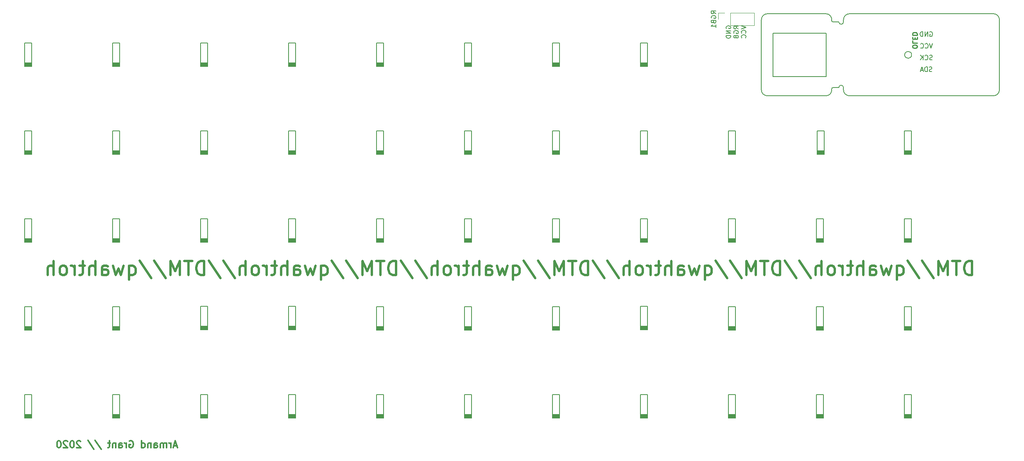
<source format=gbr>
%TF.GenerationSoftware,KiCad,Pcbnew,(5.1.6)-1*%
%TF.CreationDate,2020-06-27T17:36:21-05:00*%
%TF.ProjectId,DTM,44544d2e-6b69-4636-9164-5f7063625858,rev?*%
%TF.SameCoordinates,Original*%
%TF.FileFunction,Legend,Bot*%
%TF.FilePolarity,Positive*%
%FSLAX46Y46*%
G04 Gerber Fmt 4.6, Leading zero omitted, Abs format (unit mm)*
G04 Created by KiCad (PCBNEW (5.1.6)-1) date 2020-06-27 17:36:21*
%MOMM*%
%LPD*%
G01*
G04 APERTURE LIST*
%ADD10C,0.300000*%
%ADD11C,0.150000*%
%ADD12C,0.500000*%
%ADD13C,0.250000*%
%ADD14C,0.120000*%
G04 APERTURE END LIST*
D10*
X72690000Y-113280000D02*
X71975714Y-113280000D01*
X72832857Y-113708571D02*
X72332857Y-112208571D01*
X71832857Y-113708571D01*
X71332857Y-113708571D02*
X71332857Y-112708571D01*
X71332857Y-112994285D02*
X71261428Y-112851428D01*
X71190000Y-112780000D01*
X71047142Y-112708571D01*
X70904285Y-112708571D01*
X70404285Y-113708571D02*
X70404285Y-112708571D01*
X70404285Y-112851428D02*
X70332857Y-112780000D01*
X70190000Y-112708571D01*
X69975714Y-112708571D01*
X69832857Y-112780000D01*
X69761428Y-112922857D01*
X69761428Y-113708571D01*
X69761428Y-112922857D02*
X69690000Y-112780000D01*
X69547142Y-112708571D01*
X69332857Y-112708571D01*
X69190000Y-112780000D01*
X69118571Y-112922857D01*
X69118571Y-113708571D01*
X67761428Y-113708571D02*
X67761428Y-112922857D01*
X67832857Y-112780000D01*
X67975714Y-112708571D01*
X68261428Y-112708571D01*
X68404285Y-112780000D01*
X67761428Y-113637142D02*
X67904285Y-113708571D01*
X68261428Y-113708571D01*
X68404285Y-113637142D01*
X68475714Y-113494285D01*
X68475714Y-113351428D01*
X68404285Y-113208571D01*
X68261428Y-113137142D01*
X67904285Y-113137142D01*
X67761428Y-113065714D01*
X67047142Y-112708571D02*
X67047142Y-113708571D01*
X67047142Y-112851428D02*
X66975714Y-112780000D01*
X66832857Y-112708571D01*
X66618571Y-112708571D01*
X66475714Y-112780000D01*
X66404285Y-112922857D01*
X66404285Y-113708571D01*
X65047142Y-113708571D02*
X65047142Y-112208571D01*
X65047142Y-113637142D02*
X65190000Y-113708571D01*
X65475714Y-113708571D01*
X65618571Y-113637142D01*
X65690000Y-113565714D01*
X65761428Y-113422857D01*
X65761428Y-112994285D01*
X65690000Y-112851428D01*
X65618571Y-112780000D01*
X65475714Y-112708571D01*
X65190000Y-112708571D01*
X65047142Y-112780000D01*
X62404285Y-112280000D02*
X62547142Y-112208571D01*
X62761428Y-112208571D01*
X62975714Y-112280000D01*
X63118571Y-112422857D01*
X63190000Y-112565714D01*
X63261428Y-112851428D01*
X63261428Y-113065714D01*
X63190000Y-113351428D01*
X63118571Y-113494285D01*
X62975714Y-113637142D01*
X62761428Y-113708571D01*
X62618571Y-113708571D01*
X62404285Y-113637142D01*
X62332857Y-113565714D01*
X62332857Y-113065714D01*
X62618571Y-113065714D01*
X61690000Y-113708571D02*
X61690000Y-112708571D01*
X61690000Y-112994285D02*
X61618571Y-112851428D01*
X61547142Y-112780000D01*
X61404285Y-112708571D01*
X61261428Y-112708571D01*
X60118571Y-113708571D02*
X60118571Y-112922857D01*
X60190000Y-112780000D01*
X60332857Y-112708571D01*
X60618571Y-112708571D01*
X60761428Y-112780000D01*
X60118571Y-113637142D02*
X60261428Y-113708571D01*
X60618571Y-113708571D01*
X60761428Y-113637142D01*
X60832857Y-113494285D01*
X60832857Y-113351428D01*
X60761428Y-113208571D01*
X60618571Y-113137142D01*
X60261428Y-113137142D01*
X60118571Y-113065714D01*
X59404285Y-112708571D02*
X59404285Y-113708571D01*
X59404285Y-112851428D02*
X59332857Y-112780000D01*
X59190000Y-112708571D01*
X58975714Y-112708571D01*
X58832857Y-112780000D01*
X58761428Y-112922857D01*
X58761428Y-113708571D01*
X58261428Y-112708571D02*
X57690000Y-112708571D01*
X58047142Y-112208571D02*
X58047142Y-113494285D01*
X57975714Y-113637142D01*
X57832857Y-113708571D01*
X57690000Y-113708571D01*
X54975714Y-112137142D02*
X56261428Y-114065714D01*
X53404285Y-112137142D02*
X54690000Y-114065714D01*
X51832857Y-112351428D02*
X51761428Y-112280000D01*
X51618571Y-112208571D01*
X51261428Y-112208571D01*
X51118571Y-112280000D01*
X51047142Y-112351428D01*
X50975714Y-112494285D01*
X50975714Y-112637142D01*
X51047142Y-112851428D01*
X51904285Y-113708571D01*
X50975714Y-113708571D01*
X50047142Y-112208571D02*
X49904285Y-112208571D01*
X49761428Y-112280000D01*
X49690000Y-112351428D01*
X49618571Y-112494285D01*
X49547142Y-112780000D01*
X49547142Y-113137142D01*
X49618571Y-113422857D01*
X49690000Y-113565714D01*
X49761428Y-113637142D01*
X49904285Y-113708571D01*
X50047142Y-113708571D01*
X50190000Y-113637142D01*
X50261428Y-113565714D01*
X50332857Y-113422857D01*
X50404285Y-113137142D01*
X50404285Y-112780000D01*
X50332857Y-112494285D01*
X50261428Y-112351428D01*
X50190000Y-112280000D01*
X50047142Y-112208571D01*
X48975714Y-112351428D02*
X48904285Y-112280000D01*
X48761428Y-112208571D01*
X48404285Y-112208571D01*
X48261428Y-112280000D01*
X48190000Y-112351428D01*
X48118571Y-112494285D01*
X48118571Y-112637142D01*
X48190000Y-112851428D01*
X49047142Y-113708571D01*
X48118571Y-113708571D01*
X47190000Y-112208571D02*
X47047142Y-112208571D01*
X46904285Y-112280000D01*
X46832857Y-112351428D01*
X46761428Y-112494285D01*
X46690000Y-112780000D01*
X46690000Y-113137142D01*
X46761428Y-113422857D01*
X46832857Y-113565714D01*
X46904285Y-113637142D01*
X47047142Y-113708571D01*
X47190000Y-113708571D01*
X47332857Y-113637142D01*
X47404285Y-113565714D01*
X47475714Y-113422857D01*
X47547142Y-113137142D01*
X47547142Y-112780000D01*
X47475714Y-112494285D01*
X47404285Y-112351428D01*
X47332857Y-112280000D01*
X47190000Y-112208571D01*
D11*
X191652000Y-22860095D02*
X191604380Y-22764857D01*
X191604380Y-22622000D01*
X191652000Y-22479142D01*
X191747238Y-22383904D01*
X191842476Y-22336285D01*
X192032952Y-22288666D01*
X192175809Y-22288666D01*
X192366285Y-22336285D01*
X192461523Y-22383904D01*
X192556761Y-22479142D01*
X192604380Y-22622000D01*
X192604380Y-22717238D01*
X192556761Y-22860095D01*
X192509142Y-22907714D01*
X192175809Y-22907714D01*
X192175809Y-22717238D01*
X192604380Y-23336285D02*
X191604380Y-23336285D01*
X192604380Y-23907714D01*
X191604380Y-23907714D01*
X192604380Y-24383904D02*
X191604380Y-24383904D01*
X191604380Y-24622000D01*
X191652000Y-24764857D01*
X191747238Y-24860095D01*
X191842476Y-24907714D01*
X192032952Y-24955333D01*
X192175809Y-24955333D01*
X192366285Y-24907714D01*
X192461523Y-24860095D01*
X192556761Y-24764857D01*
X192604380Y-24622000D01*
X192604380Y-24383904D01*
X194254380Y-22931523D02*
X193778190Y-22598190D01*
X194254380Y-22360095D02*
X193254380Y-22360095D01*
X193254380Y-22741047D01*
X193302000Y-22836285D01*
X193349619Y-22883904D01*
X193444857Y-22931523D01*
X193587714Y-22931523D01*
X193682952Y-22883904D01*
X193730571Y-22836285D01*
X193778190Y-22741047D01*
X193778190Y-22360095D01*
X193302000Y-23883904D02*
X193254380Y-23788666D01*
X193254380Y-23645809D01*
X193302000Y-23502952D01*
X193397238Y-23407714D01*
X193492476Y-23360095D01*
X193682952Y-23312476D01*
X193825809Y-23312476D01*
X194016285Y-23360095D01*
X194111523Y-23407714D01*
X194206761Y-23502952D01*
X194254380Y-23645809D01*
X194254380Y-23741047D01*
X194206761Y-23883904D01*
X194159142Y-23931523D01*
X193825809Y-23931523D01*
X193825809Y-23741047D01*
X193730571Y-24693428D02*
X193778190Y-24836285D01*
X193825809Y-24883904D01*
X193921047Y-24931523D01*
X194063904Y-24931523D01*
X194159142Y-24883904D01*
X194206761Y-24836285D01*
X194254380Y-24741047D01*
X194254380Y-24360095D01*
X193254380Y-24360095D01*
X193254380Y-24693428D01*
X193302000Y-24788666D01*
X193349619Y-24836285D01*
X193444857Y-24883904D01*
X193540095Y-24883904D01*
X193635333Y-24836285D01*
X193682952Y-24788666D01*
X193730571Y-24693428D01*
X193730571Y-24360095D01*
X194904380Y-22288666D02*
X195904380Y-22622000D01*
X194904380Y-22955333D01*
X195809142Y-23860095D02*
X195856761Y-23812476D01*
X195904380Y-23669619D01*
X195904380Y-23574380D01*
X195856761Y-23431523D01*
X195761523Y-23336285D01*
X195666285Y-23288666D01*
X195475809Y-23241047D01*
X195332952Y-23241047D01*
X195142476Y-23288666D01*
X195047238Y-23336285D01*
X194952000Y-23431523D01*
X194904380Y-23574380D01*
X194904380Y-23669619D01*
X194952000Y-23812476D01*
X194999619Y-23860095D01*
X195809142Y-24860095D02*
X195856761Y-24812476D01*
X195904380Y-24669619D01*
X195904380Y-24574380D01*
X195856761Y-24431523D01*
X195761523Y-24336285D01*
X195666285Y-24288666D01*
X195475809Y-24241047D01*
X195332952Y-24241047D01*
X195142476Y-24288666D01*
X195047238Y-24336285D01*
X194952000Y-24431523D01*
X194904380Y-24574380D01*
X194904380Y-24669619D01*
X194952000Y-24812476D01*
X194999619Y-24860095D01*
D12*
X244851428Y-76287142D02*
X244851428Y-73287142D01*
X244137142Y-73287142D01*
X243708571Y-73430000D01*
X243422857Y-73715714D01*
X243280000Y-74001428D01*
X243137142Y-74572857D01*
X243137142Y-75001428D01*
X243280000Y-75572857D01*
X243422857Y-75858571D01*
X243708571Y-76144285D01*
X244137142Y-76287142D01*
X244851428Y-76287142D01*
X242280000Y-73287142D02*
X240565714Y-73287142D01*
X241422857Y-76287142D02*
X241422857Y-73287142D01*
X239565714Y-76287142D02*
X239565714Y-73287142D01*
X238565714Y-75430000D01*
X237565714Y-73287142D01*
X237565714Y-76287142D01*
X233994285Y-73144285D02*
X236565714Y-77001428D01*
X230851428Y-73144285D02*
X233422857Y-77001428D01*
X228565714Y-74287142D02*
X228565714Y-77287142D01*
X228565714Y-76144285D02*
X228851428Y-76287142D01*
X229422857Y-76287142D01*
X229708571Y-76144285D01*
X229851428Y-76001428D01*
X229994285Y-75715714D01*
X229994285Y-74858571D01*
X229851428Y-74572857D01*
X229708571Y-74430000D01*
X229422857Y-74287142D01*
X228851428Y-74287142D01*
X228565714Y-74430000D01*
X227422857Y-74287142D02*
X226851428Y-76287142D01*
X226280000Y-74858571D01*
X225708571Y-76287142D01*
X225137142Y-74287142D01*
X222708571Y-76287142D02*
X222708571Y-74715714D01*
X222851428Y-74430000D01*
X223137142Y-74287142D01*
X223708571Y-74287142D01*
X223994285Y-74430000D01*
X222708571Y-76144285D02*
X222994285Y-76287142D01*
X223708571Y-76287142D01*
X223994285Y-76144285D01*
X224137142Y-75858571D01*
X224137142Y-75572857D01*
X223994285Y-75287142D01*
X223708571Y-75144285D01*
X222994285Y-75144285D01*
X222708571Y-75001428D01*
X221280000Y-76287142D02*
X221280000Y-73287142D01*
X219994285Y-76287142D02*
X219994285Y-74715714D01*
X220137142Y-74430000D01*
X220422857Y-74287142D01*
X220851428Y-74287142D01*
X221137142Y-74430000D01*
X221280000Y-74572857D01*
X218994285Y-74287142D02*
X217851428Y-74287142D01*
X218565714Y-73287142D02*
X218565714Y-75858571D01*
X218422857Y-76144285D01*
X218137142Y-76287142D01*
X217851428Y-76287142D01*
X216851428Y-76287142D02*
X216851428Y-74287142D01*
X216851428Y-74858571D02*
X216708571Y-74572857D01*
X216565714Y-74430000D01*
X216280000Y-74287142D01*
X215994285Y-74287142D01*
X214565714Y-76287142D02*
X214851428Y-76144285D01*
X214994285Y-76001428D01*
X215137142Y-75715714D01*
X215137142Y-74858571D01*
X214994285Y-74572857D01*
X214851428Y-74430000D01*
X214565714Y-74287142D01*
X214137142Y-74287142D01*
X213851428Y-74430000D01*
X213708571Y-74572857D01*
X213565714Y-74858571D01*
X213565714Y-75715714D01*
X213708571Y-76001428D01*
X213851428Y-76144285D01*
X214137142Y-76287142D01*
X214565714Y-76287142D01*
X212280000Y-76287142D02*
X212280000Y-73287142D01*
X210994285Y-76287142D02*
X210994285Y-74715714D01*
X211137142Y-74430000D01*
X211422857Y-74287142D01*
X211851428Y-74287142D01*
X212137142Y-74430000D01*
X212280000Y-74572857D01*
X207422857Y-73144285D02*
X209994285Y-77001428D01*
X204280000Y-73144285D02*
X206851428Y-77001428D01*
X203280000Y-76287142D02*
X203280000Y-73287142D01*
X202565714Y-73287142D01*
X202137142Y-73430000D01*
X201851428Y-73715714D01*
X201708571Y-74001428D01*
X201565714Y-74572857D01*
X201565714Y-75001428D01*
X201708571Y-75572857D01*
X201851428Y-75858571D01*
X202137142Y-76144285D01*
X202565714Y-76287142D01*
X203280000Y-76287142D01*
X200708571Y-73287142D02*
X198994285Y-73287142D01*
X199851428Y-76287142D02*
X199851428Y-73287142D01*
X197994285Y-76287142D02*
X197994285Y-73287142D01*
X196994285Y-75430000D01*
X195994285Y-73287142D01*
X195994285Y-76287142D01*
X192422857Y-73144285D02*
X194994285Y-77001428D01*
X189280000Y-73144285D02*
X191851428Y-77001428D01*
X186994285Y-74287142D02*
X186994285Y-77287142D01*
X186994285Y-76144285D02*
X187280000Y-76287142D01*
X187851428Y-76287142D01*
X188137142Y-76144285D01*
X188280000Y-76001428D01*
X188422857Y-75715714D01*
X188422857Y-74858571D01*
X188280000Y-74572857D01*
X188137142Y-74430000D01*
X187851428Y-74287142D01*
X187280000Y-74287142D01*
X186994285Y-74430000D01*
X185851428Y-74287142D02*
X185280000Y-76287142D01*
X184708571Y-74858571D01*
X184137142Y-76287142D01*
X183565714Y-74287142D01*
X181137142Y-76287142D02*
X181137142Y-74715714D01*
X181280000Y-74430000D01*
X181565714Y-74287142D01*
X182137142Y-74287142D01*
X182422857Y-74430000D01*
X181137142Y-76144285D02*
X181422857Y-76287142D01*
X182137142Y-76287142D01*
X182422857Y-76144285D01*
X182565714Y-75858571D01*
X182565714Y-75572857D01*
X182422857Y-75287142D01*
X182137142Y-75144285D01*
X181422857Y-75144285D01*
X181137142Y-75001428D01*
X179708571Y-76287142D02*
X179708571Y-73287142D01*
X178422857Y-76287142D02*
X178422857Y-74715714D01*
X178565714Y-74430000D01*
X178851428Y-74287142D01*
X179280000Y-74287142D01*
X179565714Y-74430000D01*
X179708571Y-74572857D01*
X177422857Y-74287142D02*
X176280000Y-74287142D01*
X176994285Y-73287142D02*
X176994285Y-75858571D01*
X176851428Y-76144285D01*
X176565714Y-76287142D01*
X176280000Y-76287142D01*
X175280000Y-76287142D02*
X175280000Y-74287142D01*
X175280000Y-74858571D02*
X175137142Y-74572857D01*
X174994285Y-74430000D01*
X174708571Y-74287142D01*
X174422857Y-74287142D01*
X172994285Y-76287142D02*
X173280000Y-76144285D01*
X173422857Y-76001428D01*
X173565714Y-75715714D01*
X173565714Y-74858571D01*
X173422857Y-74572857D01*
X173280000Y-74430000D01*
X172994285Y-74287142D01*
X172565714Y-74287142D01*
X172280000Y-74430000D01*
X172137142Y-74572857D01*
X171994285Y-74858571D01*
X171994285Y-75715714D01*
X172137142Y-76001428D01*
X172280000Y-76144285D01*
X172565714Y-76287142D01*
X172994285Y-76287142D01*
X170708571Y-76287142D02*
X170708571Y-73287142D01*
X169422857Y-76287142D02*
X169422857Y-74715714D01*
X169565714Y-74430000D01*
X169851428Y-74287142D01*
X170280000Y-74287142D01*
X170565714Y-74430000D01*
X170708571Y-74572857D01*
X165851428Y-73144285D02*
X168422857Y-77001428D01*
X162708571Y-73144285D02*
X165280000Y-77001428D01*
X161708571Y-76287142D02*
X161708571Y-73287142D01*
X160994285Y-73287142D01*
X160565714Y-73430000D01*
X160280000Y-73715714D01*
X160137142Y-74001428D01*
X159994285Y-74572857D01*
X159994285Y-75001428D01*
X160137142Y-75572857D01*
X160280000Y-75858571D01*
X160565714Y-76144285D01*
X160994285Y-76287142D01*
X161708571Y-76287142D01*
X159137142Y-73287142D02*
X157422857Y-73287142D01*
X158280000Y-76287142D02*
X158280000Y-73287142D01*
X156422857Y-76287142D02*
X156422857Y-73287142D01*
X155422857Y-75430000D01*
X154422857Y-73287142D01*
X154422857Y-76287142D01*
X150851428Y-73144285D02*
X153422857Y-77001428D01*
X147708571Y-73144285D02*
X150280000Y-77001428D01*
X145422857Y-74287142D02*
X145422857Y-77287142D01*
X145422857Y-76144285D02*
X145708571Y-76287142D01*
X146280000Y-76287142D01*
X146565714Y-76144285D01*
X146708571Y-76001428D01*
X146851428Y-75715714D01*
X146851428Y-74858571D01*
X146708571Y-74572857D01*
X146565714Y-74430000D01*
X146280000Y-74287142D01*
X145708571Y-74287142D01*
X145422857Y-74430000D01*
X144280000Y-74287142D02*
X143708571Y-76287142D01*
X143137142Y-74858571D01*
X142565714Y-76287142D01*
X141994285Y-74287142D01*
X139565714Y-76287142D02*
X139565714Y-74715714D01*
X139708571Y-74430000D01*
X139994285Y-74287142D01*
X140565714Y-74287142D01*
X140851428Y-74430000D01*
X139565714Y-76144285D02*
X139851428Y-76287142D01*
X140565714Y-76287142D01*
X140851428Y-76144285D01*
X140994285Y-75858571D01*
X140994285Y-75572857D01*
X140851428Y-75287142D01*
X140565714Y-75144285D01*
X139851428Y-75144285D01*
X139565714Y-75001428D01*
X138137142Y-76287142D02*
X138137142Y-73287142D01*
X136851428Y-76287142D02*
X136851428Y-74715714D01*
X136994285Y-74430000D01*
X137280000Y-74287142D01*
X137708571Y-74287142D01*
X137994285Y-74430000D01*
X138137142Y-74572857D01*
X135851428Y-74287142D02*
X134708571Y-74287142D01*
X135422857Y-73287142D02*
X135422857Y-75858571D01*
X135280000Y-76144285D01*
X134994285Y-76287142D01*
X134708571Y-76287142D01*
X133708571Y-76287142D02*
X133708571Y-74287142D01*
X133708571Y-74858571D02*
X133565714Y-74572857D01*
X133422857Y-74430000D01*
X133137142Y-74287142D01*
X132851428Y-74287142D01*
X131422857Y-76287142D02*
X131708571Y-76144285D01*
X131851428Y-76001428D01*
X131994285Y-75715714D01*
X131994285Y-74858571D01*
X131851428Y-74572857D01*
X131708571Y-74430000D01*
X131422857Y-74287142D01*
X130994285Y-74287142D01*
X130708571Y-74430000D01*
X130565714Y-74572857D01*
X130422857Y-74858571D01*
X130422857Y-75715714D01*
X130565714Y-76001428D01*
X130708571Y-76144285D01*
X130994285Y-76287142D01*
X131422857Y-76287142D01*
X129137142Y-76287142D02*
X129137142Y-73287142D01*
X127851428Y-76287142D02*
X127851428Y-74715714D01*
X127994285Y-74430000D01*
X128280000Y-74287142D01*
X128708571Y-74287142D01*
X128994285Y-74430000D01*
X129137142Y-74572857D01*
X124280000Y-73144285D02*
X126851428Y-77001428D01*
X121137142Y-73144285D02*
X123708571Y-77001428D01*
X120137142Y-76287142D02*
X120137142Y-73287142D01*
X119422857Y-73287142D01*
X118994285Y-73430000D01*
X118708571Y-73715714D01*
X118565714Y-74001428D01*
X118422857Y-74572857D01*
X118422857Y-75001428D01*
X118565714Y-75572857D01*
X118708571Y-75858571D01*
X118994285Y-76144285D01*
X119422857Y-76287142D01*
X120137142Y-76287142D01*
X117565714Y-73287142D02*
X115851428Y-73287142D01*
X116708571Y-76287142D02*
X116708571Y-73287142D01*
X114851428Y-76287142D02*
X114851428Y-73287142D01*
X113851428Y-75430000D01*
X112851428Y-73287142D01*
X112851428Y-76287142D01*
X109280000Y-73144285D02*
X111851428Y-77001428D01*
X106137142Y-73144285D02*
X108708571Y-77001428D01*
X103851428Y-74287142D02*
X103851428Y-77287142D01*
X103851428Y-76144285D02*
X104137142Y-76287142D01*
X104708571Y-76287142D01*
X104994285Y-76144285D01*
X105137142Y-76001428D01*
X105280000Y-75715714D01*
X105280000Y-74858571D01*
X105137142Y-74572857D01*
X104994285Y-74430000D01*
X104708571Y-74287142D01*
X104137142Y-74287142D01*
X103851428Y-74430000D01*
X102708571Y-74287142D02*
X102137142Y-76287142D01*
X101565714Y-74858571D01*
X100994285Y-76287142D01*
X100422857Y-74287142D01*
X97994285Y-76287142D02*
X97994285Y-74715714D01*
X98137142Y-74430000D01*
X98422857Y-74287142D01*
X98994285Y-74287142D01*
X99280000Y-74430000D01*
X97994285Y-76144285D02*
X98280000Y-76287142D01*
X98994285Y-76287142D01*
X99280000Y-76144285D01*
X99422857Y-75858571D01*
X99422857Y-75572857D01*
X99280000Y-75287142D01*
X98994285Y-75144285D01*
X98280000Y-75144285D01*
X97994285Y-75001428D01*
X96565714Y-76287142D02*
X96565714Y-73287142D01*
X95280000Y-76287142D02*
X95280000Y-74715714D01*
X95422857Y-74430000D01*
X95708571Y-74287142D01*
X96137142Y-74287142D01*
X96422857Y-74430000D01*
X96565714Y-74572857D01*
X94280000Y-74287142D02*
X93137142Y-74287142D01*
X93851428Y-73287142D02*
X93851428Y-75858571D01*
X93708571Y-76144285D01*
X93422857Y-76287142D01*
X93137142Y-76287142D01*
X92137142Y-76287142D02*
X92137142Y-74287142D01*
X92137142Y-74858571D02*
X91994285Y-74572857D01*
X91851428Y-74430000D01*
X91565714Y-74287142D01*
X91280000Y-74287142D01*
X89851428Y-76287142D02*
X90137142Y-76144285D01*
X90280000Y-76001428D01*
X90422857Y-75715714D01*
X90422857Y-74858571D01*
X90280000Y-74572857D01*
X90137142Y-74430000D01*
X89851428Y-74287142D01*
X89422857Y-74287142D01*
X89137142Y-74430000D01*
X88994285Y-74572857D01*
X88851428Y-74858571D01*
X88851428Y-75715714D01*
X88994285Y-76001428D01*
X89137142Y-76144285D01*
X89422857Y-76287142D01*
X89851428Y-76287142D01*
X87565714Y-76287142D02*
X87565714Y-73287142D01*
X86280000Y-76287142D02*
X86280000Y-74715714D01*
X86422857Y-74430000D01*
X86708571Y-74287142D01*
X87137142Y-74287142D01*
X87422857Y-74430000D01*
X87565714Y-74572857D01*
X82708571Y-73144285D02*
X85280000Y-77001428D01*
X79565714Y-73144285D02*
X82137142Y-77001428D01*
X78565714Y-76287142D02*
X78565714Y-73287142D01*
X77851428Y-73287142D01*
X77422857Y-73430000D01*
X77137142Y-73715714D01*
X76994285Y-74001428D01*
X76851428Y-74572857D01*
X76851428Y-75001428D01*
X76994285Y-75572857D01*
X77137142Y-75858571D01*
X77422857Y-76144285D01*
X77851428Y-76287142D01*
X78565714Y-76287142D01*
X75994285Y-73287142D02*
X74280000Y-73287142D01*
X75137142Y-76287142D02*
X75137142Y-73287142D01*
X73280000Y-76287142D02*
X73280000Y-73287142D01*
X72280000Y-75430000D01*
X71280000Y-73287142D01*
X71280000Y-76287142D01*
X67708571Y-73144285D02*
X70280000Y-77001428D01*
X64565714Y-73144285D02*
X67137142Y-77001428D01*
X62280000Y-74287142D02*
X62280000Y-77287142D01*
X62280000Y-76144285D02*
X62565714Y-76287142D01*
X63137142Y-76287142D01*
X63422857Y-76144285D01*
X63565714Y-76001428D01*
X63708571Y-75715714D01*
X63708571Y-74858571D01*
X63565714Y-74572857D01*
X63422857Y-74430000D01*
X63137142Y-74287142D01*
X62565714Y-74287142D01*
X62280000Y-74430000D01*
X61137142Y-74287142D02*
X60565714Y-76287142D01*
X59994285Y-74858571D01*
X59422857Y-76287142D01*
X58851428Y-74287142D01*
X56422857Y-76287142D02*
X56422857Y-74715714D01*
X56565714Y-74430000D01*
X56851428Y-74287142D01*
X57422857Y-74287142D01*
X57708571Y-74430000D01*
X56422857Y-76144285D02*
X56708571Y-76287142D01*
X57422857Y-76287142D01*
X57708571Y-76144285D01*
X57851428Y-75858571D01*
X57851428Y-75572857D01*
X57708571Y-75287142D01*
X57422857Y-75144285D01*
X56708571Y-75144285D01*
X56422857Y-75001428D01*
X54994285Y-76287142D02*
X54994285Y-73287142D01*
X53708571Y-76287142D02*
X53708571Y-74715714D01*
X53851428Y-74430000D01*
X54137142Y-74287142D01*
X54565714Y-74287142D01*
X54851428Y-74430000D01*
X54994285Y-74572857D01*
X52708571Y-74287142D02*
X51565714Y-74287142D01*
X52280000Y-73287142D02*
X52280000Y-75858571D01*
X52137142Y-76144285D01*
X51851428Y-76287142D01*
X51565714Y-76287142D01*
X50565714Y-76287142D02*
X50565714Y-74287142D01*
X50565714Y-74858571D02*
X50422857Y-74572857D01*
X50280000Y-74430000D01*
X49994285Y-74287142D01*
X49708571Y-74287142D01*
X48280000Y-76287142D02*
X48565714Y-76144285D01*
X48708571Y-76001428D01*
X48851428Y-75715714D01*
X48851428Y-74858571D01*
X48708571Y-74572857D01*
X48565714Y-74430000D01*
X48280000Y-74287142D01*
X47851428Y-74287142D01*
X47565714Y-74430000D01*
X47422857Y-74572857D01*
X47280000Y-74858571D01*
X47280000Y-75715714D01*
X47422857Y-76001428D01*
X47565714Y-76144285D01*
X47851428Y-76287142D01*
X48280000Y-76287142D01*
X45994285Y-76287142D02*
X45994285Y-73287142D01*
X44708571Y-76287142D02*
X44708571Y-74715714D01*
X44851428Y-74430000D01*
X45137142Y-74287142D01*
X45565714Y-74287142D01*
X45851428Y-74430000D01*
X45994285Y-74572857D01*
D13*
X232957619Y-26852380D02*
X232957619Y-26661904D01*
X232910000Y-26566666D01*
X232814761Y-26471428D01*
X232624285Y-26423809D01*
X232290952Y-26423809D01*
X232100476Y-26471428D01*
X232005238Y-26566666D01*
X231957619Y-26661904D01*
X231957619Y-26852380D01*
X232005238Y-26947619D01*
X232100476Y-27042857D01*
X232290952Y-27090476D01*
X232624285Y-27090476D01*
X232814761Y-27042857D01*
X232910000Y-26947619D01*
X232957619Y-26852380D01*
X231957619Y-25519047D02*
X231957619Y-25995238D01*
X232957619Y-25995238D01*
X232481428Y-25185714D02*
X232481428Y-24852380D01*
X231957619Y-24709523D02*
X231957619Y-25185714D01*
X232957619Y-25185714D01*
X232957619Y-24709523D01*
X231957619Y-24280952D02*
X232957619Y-24280952D01*
X232957619Y-24042857D01*
X232910000Y-23900000D01*
X232814761Y-23804761D01*
X232719523Y-23757142D01*
X232529047Y-23709523D01*
X232386190Y-23709523D01*
X232195714Y-23757142D01*
X232100476Y-23804761D01*
X232005238Y-23900000D01*
X231957619Y-24042857D01*
X231957619Y-24280952D01*
D11*
X235711904Y-23630000D02*
X235807142Y-23582380D01*
X235950000Y-23582380D01*
X236092857Y-23630000D01*
X236188095Y-23725238D01*
X236235714Y-23820476D01*
X236283333Y-24010952D01*
X236283333Y-24153809D01*
X236235714Y-24344285D01*
X236188095Y-24439523D01*
X236092857Y-24534761D01*
X235950000Y-24582380D01*
X235854761Y-24582380D01*
X235711904Y-24534761D01*
X235664285Y-24487142D01*
X235664285Y-24153809D01*
X235854761Y-24153809D01*
X235235714Y-24582380D02*
X235235714Y-23582380D01*
X234664285Y-24582380D01*
X234664285Y-23582380D01*
X234188095Y-24582380D02*
X234188095Y-23582380D01*
X233950000Y-23582380D01*
X233807142Y-23630000D01*
X233711904Y-23725238D01*
X233664285Y-23820476D01*
X233616666Y-24010952D01*
X233616666Y-24153809D01*
X233664285Y-24344285D01*
X233711904Y-24439523D01*
X233807142Y-24534761D01*
X233950000Y-24582380D01*
X234188095Y-24582380D01*
X236283333Y-26122380D02*
X235950000Y-27122380D01*
X235616666Y-26122380D01*
X234711904Y-27027142D02*
X234759523Y-27074761D01*
X234902380Y-27122380D01*
X234997619Y-27122380D01*
X235140476Y-27074761D01*
X235235714Y-26979523D01*
X235283333Y-26884285D01*
X235330952Y-26693809D01*
X235330952Y-26550952D01*
X235283333Y-26360476D01*
X235235714Y-26265238D01*
X235140476Y-26170000D01*
X234997619Y-26122380D01*
X234902380Y-26122380D01*
X234759523Y-26170000D01*
X234711904Y-26217619D01*
X233711904Y-27027142D02*
X233759523Y-27074761D01*
X233902380Y-27122380D01*
X233997619Y-27122380D01*
X234140476Y-27074761D01*
X234235714Y-26979523D01*
X234283333Y-26884285D01*
X234330952Y-26693809D01*
X234330952Y-26550952D01*
X234283333Y-26360476D01*
X234235714Y-26265238D01*
X234140476Y-26170000D01*
X233997619Y-26122380D01*
X233902380Y-26122380D01*
X233759523Y-26170000D01*
X233711904Y-26217619D01*
X236235714Y-29614761D02*
X236092857Y-29662380D01*
X235854761Y-29662380D01*
X235759523Y-29614761D01*
X235711904Y-29567142D01*
X235664285Y-29471904D01*
X235664285Y-29376666D01*
X235711904Y-29281428D01*
X235759523Y-29233809D01*
X235854761Y-29186190D01*
X236045238Y-29138571D01*
X236140476Y-29090952D01*
X236188095Y-29043333D01*
X236235714Y-28948095D01*
X236235714Y-28852857D01*
X236188095Y-28757619D01*
X236140476Y-28710000D01*
X236045238Y-28662380D01*
X235807142Y-28662380D01*
X235664285Y-28710000D01*
X234664285Y-29567142D02*
X234711904Y-29614761D01*
X234854761Y-29662380D01*
X234950000Y-29662380D01*
X235092857Y-29614761D01*
X235188095Y-29519523D01*
X235235714Y-29424285D01*
X235283333Y-29233809D01*
X235283333Y-29090952D01*
X235235714Y-28900476D01*
X235188095Y-28805238D01*
X235092857Y-28710000D01*
X234950000Y-28662380D01*
X234854761Y-28662380D01*
X234711904Y-28710000D01*
X234664285Y-28757619D01*
X234235714Y-29662380D02*
X234235714Y-28662380D01*
X233664285Y-29662380D02*
X234092857Y-29090952D01*
X233664285Y-28662380D02*
X234235714Y-29233809D01*
X236164285Y-32154761D02*
X236021428Y-32202380D01*
X235783333Y-32202380D01*
X235688095Y-32154761D01*
X235640476Y-32107142D01*
X235592857Y-32011904D01*
X235592857Y-31916666D01*
X235640476Y-31821428D01*
X235688095Y-31773809D01*
X235783333Y-31726190D01*
X235973809Y-31678571D01*
X236069047Y-31630952D01*
X236116666Y-31583333D01*
X236164285Y-31488095D01*
X236164285Y-31392857D01*
X236116666Y-31297619D01*
X236069047Y-31250000D01*
X235973809Y-31202380D01*
X235735714Y-31202380D01*
X235592857Y-31250000D01*
X235164285Y-32202380D02*
X235164285Y-31202380D01*
X234926190Y-31202380D01*
X234783333Y-31250000D01*
X234688095Y-31345238D01*
X234640476Y-31440476D01*
X234592857Y-31630952D01*
X234592857Y-31773809D01*
X234640476Y-31964285D01*
X234688095Y-32059523D01*
X234783333Y-32154761D01*
X234926190Y-32202380D01*
X235164285Y-32202380D01*
X234211904Y-31916666D02*
X233735714Y-31916666D01*
X234307142Y-32202380D02*
X233973809Y-31202380D01*
X233640476Y-32202380D01*
%TO.C,U1*%
X201781250Y-23875000D02*
X213281250Y-23875000D01*
X213281250Y-33254000D02*
X213281250Y-23875000D01*
X201781250Y-33254000D02*
X201781250Y-23875000D01*
X199241250Y-20935000D02*
X199241250Y-36175000D01*
X213211250Y-37445000D02*
X200511250Y-37445000D01*
X213211250Y-19665000D02*
X200511250Y-19665000D01*
X214481250Y-21189000D02*
X214481250Y-20935000D01*
X216005250Y-21443000D02*
X214735250Y-21443000D01*
X217021250Y-21443000D02*
X217021250Y-20935000D01*
X231766250Y-28575000D02*
G75*
G03*
X231766250Y-28575000I-750000J0D01*
G01*
X250775250Y-36175000D02*
X250775250Y-20935000D01*
X249505250Y-37445000D02*
X218291250Y-37445000D01*
X218291250Y-19665000D02*
X249505250Y-19665000D01*
X217021250Y-36175000D02*
X217021250Y-35665000D01*
X214481250Y-36175000D02*
X214481250Y-35921000D01*
X216005250Y-35667000D02*
X214735250Y-35667000D01*
X213281250Y-33254000D02*
X201781250Y-33254000D01*
X249505250Y-19665000D02*
G75*
G02*
X250775250Y-20935000I0J-1270000D01*
G01*
X250775250Y-36175000D02*
G75*
G02*
X249505250Y-37445000I-1270000J0D01*
G01*
X217021250Y-21443000D02*
G75*
G02*
X216005250Y-21443000I-508000J0D01*
G01*
X217021250Y-20935000D02*
G75*
G02*
X218291250Y-19665000I1270000J0D01*
G01*
X218291250Y-37445000D02*
G75*
G02*
X217021250Y-36175000I0J1270000D01*
G01*
X216005250Y-35667000D02*
G75*
G02*
X217021250Y-35667000I508000J0D01*
G01*
X199241250Y-20935000D02*
G75*
G02*
X200511250Y-19665000I1270000J0D01*
G01*
X200511250Y-37445000D02*
G75*
G02*
X199241250Y-36175000I0J1270000D01*
G01*
X213211250Y-19665000D02*
G75*
G02*
X214481250Y-20935000I0J-1270000D01*
G01*
X214481250Y-36175000D02*
G75*
G02*
X213211250Y-37445000I-1270000J0D01*
G01*
X214735250Y-21443000D02*
G75*
G02*
X214481250Y-21189000I0J254000D01*
G01*
X214481250Y-35921000D02*
G75*
G02*
X214735250Y-35667000I254000J0D01*
G01*
D14*
%TO.C,RGB1*%
X197672000Y-19498000D02*
X197672000Y-22158000D01*
X192532000Y-19498000D02*
X197672000Y-19498000D01*
X192532000Y-22158000D02*
X197672000Y-22158000D01*
X192532000Y-19498000D02*
X192532000Y-22158000D01*
X191262000Y-19498000D02*
X189932000Y-19498000D01*
X189932000Y-19498000D02*
X189932000Y-20828000D01*
D11*
%TO.C,D18*%
X211328000Y-49403000D02*
X212852000Y-49403000D01*
X211328000Y-49530000D02*
X212852000Y-49530000D01*
X212852000Y-49657000D02*
X211328000Y-49657000D01*
X211328000Y-50038000D02*
X212852000Y-50038000D01*
X212852000Y-49911000D02*
X211328000Y-49911000D01*
X211328000Y-49784000D02*
X212852000Y-49784000D01*
X212852000Y-45085000D02*
X211328000Y-45085000D01*
X212852000Y-50165000D02*
X212852000Y-45085000D01*
X211328000Y-50165000D02*
X212852000Y-50165000D01*
X211328000Y-45085000D02*
X211328000Y-50165000D01*
%TO.C,D1*%
X39719250Y-30353000D02*
X41243250Y-30353000D01*
X39719250Y-30480000D02*
X41243250Y-30480000D01*
X41243250Y-30607000D02*
X39719250Y-30607000D01*
X39719250Y-30988000D02*
X41243250Y-30988000D01*
X41243250Y-30861000D02*
X39719250Y-30861000D01*
X39719250Y-30734000D02*
X41243250Y-30734000D01*
X41243250Y-26035000D02*
X39719250Y-26035000D01*
X41243250Y-31115000D02*
X41243250Y-26035000D01*
X39719250Y-31115000D02*
X41243250Y-31115000D01*
X39719250Y-26035000D02*
X39719250Y-31115000D01*
%TO.C,D2*%
X58769250Y-30353000D02*
X60293250Y-30353000D01*
X58769250Y-30480000D02*
X60293250Y-30480000D01*
X60293250Y-30607000D02*
X58769250Y-30607000D01*
X58769250Y-30988000D02*
X60293250Y-30988000D01*
X60293250Y-30861000D02*
X58769250Y-30861000D01*
X58769250Y-30734000D02*
X60293250Y-30734000D01*
X60293250Y-26035000D02*
X58769250Y-26035000D01*
X60293250Y-31115000D02*
X60293250Y-26035000D01*
X58769250Y-31115000D02*
X60293250Y-31115000D01*
X58769250Y-26035000D02*
X58769250Y-31115000D01*
%TO.C,D3*%
X77819250Y-30353000D02*
X79343250Y-30353000D01*
X77819250Y-30480000D02*
X79343250Y-30480000D01*
X79343250Y-30607000D02*
X77819250Y-30607000D01*
X77819250Y-30988000D02*
X79343250Y-30988000D01*
X79343250Y-30861000D02*
X77819250Y-30861000D01*
X77819250Y-30734000D02*
X79343250Y-30734000D01*
X79343250Y-26035000D02*
X77819250Y-26035000D01*
X79343250Y-31115000D02*
X79343250Y-26035000D01*
X77819250Y-31115000D02*
X79343250Y-31115000D01*
X77819250Y-26035000D02*
X77819250Y-31115000D01*
%TO.C,D4*%
X96869250Y-30353000D02*
X98393250Y-30353000D01*
X96869250Y-30480000D02*
X98393250Y-30480000D01*
X98393250Y-30607000D02*
X96869250Y-30607000D01*
X96869250Y-30988000D02*
X98393250Y-30988000D01*
X98393250Y-30861000D02*
X96869250Y-30861000D01*
X96869250Y-30734000D02*
X98393250Y-30734000D01*
X98393250Y-26035000D02*
X96869250Y-26035000D01*
X98393250Y-31115000D02*
X98393250Y-26035000D01*
X96869250Y-31115000D02*
X98393250Y-31115000D01*
X96869250Y-26035000D02*
X96869250Y-31115000D01*
%TO.C,D5*%
X115919250Y-30353000D02*
X117443250Y-30353000D01*
X115919250Y-30480000D02*
X117443250Y-30480000D01*
X117443250Y-30607000D02*
X115919250Y-30607000D01*
X115919250Y-30988000D02*
X117443250Y-30988000D01*
X117443250Y-30861000D02*
X115919250Y-30861000D01*
X115919250Y-30734000D02*
X117443250Y-30734000D01*
X117443250Y-26035000D02*
X115919250Y-26035000D01*
X117443250Y-31115000D02*
X117443250Y-26035000D01*
X115919250Y-31115000D02*
X117443250Y-31115000D01*
X115919250Y-26035000D02*
X115919250Y-31115000D01*
%TO.C,D6*%
X134969250Y-30353000D02*
X136493250Y-30353000D01*
X134969250Y-30480000D02*
X136493250Y-30480000D01*
X136493250Y-30607000D02*
X134969250Y-30607000D01*
X134969250Y-30988000D02*
X136493250Y-30988000D01*
X136493250Y-30861000D02*
X134969250Y-30861000D01*
X134969250Y-30734000D02*
X136493250Y-30734000D01*
X136493250Y-26035000D02*
X134969250Y-26035000D01*
X136493250Y-31115000D02*
X136493250Y-26035000D01*
X134969250Y-31115000D02*
X136493250Y-31115000D01*
X134969250Y-26035000D02*
X134969250Y-31115000D01*
%TO.C,D7*%
X154019250Y-30353000D02*
X155543250Y-30353000D01*
X154019250Y-30480000D02*
X155543250Y-30480000D01*
X155543250Y-30607000D02*
X154019250Y-30607000D01*
X154019250Y-30988000D02*
X155543250Y-30988000D01*
X155543250Y-30861000D02*
X154019250Y-30861000D01*
X154019250Y-30734000D02*
X155543250Y-30734000D01*
X155543250Y-26035000D02*
X154019250Y-26035000D01*
X155543250Y-31115000D02*
X155543250Y-26035000D01*
X154019250Y-31115000D02*
X155543250Y-31115000D01*
X154019250Y-26035000D02*
X154019250Y-31115000D01*
%TO.C,D8*%
X173069250Y-30353000D02*
X174593250Y-30353000D01*
X173069250Y-30480000D02*
X174593250Y-30480000D01*
X174593250Y-30607000D02*
X173069250Y-30607000D01*
X173069250Y-30988000D02*
X174593250Y-30988000D01*
X174593250Y-30861000D02*
X173069250Y-30861000D01*
X173069250Y-30734000D02*
X174593250Y-30734000D01*
X174593250Y-26035000D02*
X173069250Y-26035000D01*
X174593250Y-31115000D02*
X174593250Y-26035000D01*
X173069250Y-31115000D02*
X174593250Y-31115000D01*
X173069250Y-26035000D02*
X173069250Y-31115000D01*
%TO.C,D9*%
X39719250Y-49403000D02*
X41243250Y-49403000D01*
X39719250Y-49530000D02*
X41243250Y-49530000D01*
X41243250Y-49657000D02*
X39719250Y-49657000D01*
X39719250Y-50038000D02*
X41243250Y-50038000D01*
X41243250Y-49911000D02*
X39719250Y-49911000D01*
X39719250Y-49784000D02*
X41243250Y-49784000D01*
X41243250Y-45085000D02*
X39719250Y-45085000D01*
X41243250Y-50165000D02*
X41243250Y-45085000D01*
X39719250Y-50165000D02*
X41243250Y-50165000D01*
X39719250Y-45085000D02*
X39719250Y-50165000D01*
%TO.C,D10*%
X58769250Y-49403000D02*
X60293250Y-49403000D01*
X58769250Y-49530000D02*
X60293250Y-49530000D01*
X60293250Y-49657000D02*
X58769250Y-49657000D01*
X58769250Y-50038000D02*
X60293250Y-50038000D01*
X60293250Y-49911000D02*
X58769250Y-49911000D01*
X58769250Y-49784000D02*
X60293250Y-49784000D01*
X60293250Y-45085000D02*
X58769250Y-45085000D01*
X60293250Y-50165000D02*
X60293250Y-45085000D01*
X58769250Y-50165000D02*
X60293250Y-50165000D01*
X58769250Y-45085000D02*
X58769250Y-50165000D01*
%TO.C,D11*%
X77819250Y-49403000D02*
X79343250Y-49403000D01*
X77819250Y-49530000D02*
X79343250Y-49530000D01*
X79343250Y-49657000D02*
X77819250Y-49657000D01*
X77819250Y-50038000D02*
X79343250Y-50038000D01*
X79343250Y-49911000D02*
X77819250Y-49911000D01*
X77819250Y-49784000D02*
X79343250Y-49784000D01*
X79343250Y-45085000D02*
X77819250Y-45085000D01*
X79343250Y-50165000D02*
X79343250Y-45085000D01*
X77819250Y-50165000D02*
X79343250Y-50165000D01*
X77819250Y-45085000D02*
X77819250Y-50165000D01*
%TO.C,D12*%
X96869250Y-49403000D02*
X98393250Y-49403000D01*
X96869250Y-49530000D02*
X98393250Y-49530000D01*
X98393250Y-49657000D02*
X96869250Y-49657000D01*
X96869250Y-50038000D02*
X98393250Y-50038000D01*
X98393250Y-49911000D02*
X96869250Y-49911000D01*
X96869250Y-49784000D02*
X98393250Y-49784000D01*
X98393250Y-45085000D02*
X96869250Y-45085000D01*
X98393250Y-50165000D02*
X98393250Y-45085000D01*
X96869250Y-50165000D02*
X98393250Y-50165000D01*
X96869250Y-45085000D02*
X96869250Y-50165000D01*
%TO.C,D13*%
X115919250Y-49403000D02*
X117443250Y-49403000D01*
X115919250Y-49530000D02*
X117443250Y-49530000D01*
X117443250Y-49657000D02*
X115919250Y-49657000D01*
X115919250Y-50038000D02*
X117443250Y-50038000D01*
X117443250Y-49911000D02*
X115919250Y-49911000D01*
X115919250Y-49784000D02*
X117443250Y-49784000D01*
X117443250Y-45085000D02*
X115919250Y-45085000D01*
X117443250Y-50165000D02*
X117443250Y-45085000D01*
X115919250Y-50165000D02*
X117443250Y-50165000D01*
X115919250Y-45085000D02*
X115919250Y-50165000D01*
%TO.C,D14*%
X134969250Y-49403000D02*
X136493250Y-49403000D01*
X134969250Y-49530000D02*
X136493250Y-49530000D01*
X136493250Y-49657000D02*
X134969250Y-49657000D01*
X134969250Y-50038000D02*
X136493250Y-50038000D01*
X136493250Y-49911000D02*
X134969250Y-49911000D01*
X134969250Y-49784000D02*
X136493250Y-49784000D01*
X136493250Y-45085000D02*
X134969250Y-45085000D01*
X136493250Y-50165000D02*
X136493250Y-45085000D01*
X134969250Y-50165000D02*
X136493250Y-50165000D01*
X134969250Y-45085000D02*
X134969250Y-50165000D01*
%TO.C,D15*%
X154019250Y-49403000D02*
X155543250Y-49403000D01*
X154019250Y-49530000D02*
X155543250Y-49530000D01*
X155543250Y-49657000D02*
X154019250Y-49657000D01*
X154019250Y-50038000D02*
X155543250Y-50038000D01*
X155543250Y-49911000D02*
X154019250Y-49911000D01*
X154019250Y-49784000D02*
X155543250Y-49784000D01*
X155543250Y-45085000D02*
X154019250Y-45085000D01*
X155543250Y-50165000D02*
X155543250Y-45085000D01*
X154019250Y-50165000D02*
X155543250Y-50165000D01*
X154019250Y-45085000D02*
X154019250Y-50165000D01*
%TO.C,D16*%
X173069250Y-49403000D02*
X174593250Y-49403000D01*
X173069250Y-49530000D02*
X174593250Y-49530000D01*
X174593250Y-49657000D02*
X173069250Y-49657000D01*
X173069250Y-50038000D02*
X174593250Y-50038000D01*
X174593250Y-49911000D02*
X173069250Y-49911000D01*
X173069250Y-49784000D02*
X174593250Y-49784000D01*
X174593250Y-45085000D02*
X173069250Y-45085000D01*
X174593250Y-50165000D02*
X174593250Y-45085000D01*
X173069250Y-50165000D02*
X174593250Y-50165000D01*
X173069250Y-45085000D02*
X173069250Y-50165000D01*
%TO.C,D17*%
X192119250Y-49403000D02*
X193643250Y-49403000D01*
X192119250Y-49530000D02*
X193643250Y-49530000D01*
X193643250Y-49657000D02*
X192119250Y-49657000D01*
X192119250Y-50038000D02*
X193643250Y-50038000D01*
X193643250Y-49911000D02*
X192119250Y-49911000D01*
X192119250Y-49784000D02*
X193643250Y-49784000D01*
X193643250Y-45085000D02*
X192119250Y-45085000D01*
X193643250Y-50165000D02*
X193643250Y-45085000D01*
X192119250Y-50165000D02*
X193643250Y-50165000D01*
X192119250Y-45085000D02*
X192119250Y-50165000D01*
%TO.C,D19*%
X230219250Y-49403000D02*
X231743250Y-49403000D01*
X230219250Y-49530000D02*
X231743250Y-49530000D01*
X231743250Y-49657000D02*
X230219250Y-49657000D01*
X230219250Y-50038000D02*
X231743250Y-50038000D01*
X231743250Y-49911000D02*
X230219250Y-49911000D01*
X230219250Y-49784000D02*
X231743250Y-49784000D01*
X231743250Y-45085000D02*
X230219250Y-45085000D01*
X231743250Y-50165000D02*
X231743250Y-45085000D01*
X230219250Y-50165000D02*
X231743250Y-50165000D01*
X230219250Y-45085000D02*
X230219250Y-50165000D01*
%TO.C,D20*%
X39719250Y-68453000D02*
X41243250Y-68453000D01*
X39719250Y-68580000D02*
X41243250Y-68580000D01*
X41243250Y-68707000D02*
X39719250Y-68707000D01*
X39719250Y-69088000D02*
X41243250Y-69088000D01*
X41243250Y-68961000D02*
X39719250Y-68961000D01*
X39719250Y-68834000D02*
X41243250Y-68834000D01*
X41243250Y-64135000D02*
X39719250Y-64135000D01*
X41243250Y-69215000D02*
X41243250Y-64135000D01*
X39719250Y-69215000D02*
X41243250Y-69215000D01*
X39719250Y-64135000D02*
X39719250Y-69215000D01*
%TO.C,D21*%
X58769250Y-68453000D02*
X60293250Y-68453000D01*
X58769250Y-68580000D02*
X60293250Y-68580000D01*
X60293250Y-68707000D02*
X58769250Y-68707000D01*
X58769250Y-69088000D02*
X60293250Y-69088000D01*
X60293250Y-68961000D02*
X58769250Y-68961000D01*
X58769250Y-68834000D02*
X60293250Y-68834000D01*
X60293250Y-64135000D02*
X58769250Y-64135000D01*
X60293250Y-69215000D02*
X60293250Y-64135000D01*
X58769250Y-69215000D02*
X60293250Y-69215000D01*
X58769250Y-64135000D02*
X58769250Y-69215000D01*
%TO.C,D22*%
X77819250Y-68453000D02*
X79343250Y-68453000D01*
X77819250Y-68580000D02*
X79343250Y-68580000D01*
X79343250Y-68707000D02*
X77819250Y-68707000D01*
X77819250Y-69088000D02*
X79343250Y-69088000D01*
X79343250Y-68961000D02*
X77819250Y-68961000D01*
X77819250Y-68834000D02*
X79343250Y-68834000D01*
X79343250Y-64135000D02*
X77819250Y-64135000D01*
X79343250Y-69215000D02*
X79343250Y-64135000D01*
X77819250Y-69215000D02*
X79343250Y-69215000D01*
X77819250Y-64135000D02*
X77819250Y-69215000D01*
%TO.C,D23*%
X96869250Y-68453000D02*
X98393250Y-68453000D01*
X96869250Y-68580000D02*
X98393250Y-68580000D01*
X98393250Y-68707000D02*
X96869250Y-68707000D01*
X96869250Y-69088000D02*
X98393250Y-69088000D01*
X98393250Y-68961000D02*
X96869250Y-68961000D01*
X96869250Y-68834000D02*
X98393250Y-68834000D01*
X98393250Y-64135000D02*
X96869250Y-64135000D01*
X98393250Y-69215000D02*
X98393250Y-64135000D01*
X96869250Y-69215000D02*
X98393250Y-69215000D01*
X96869250Y-64135000D02*
X96869250Y-69215000D01*
%TO.C,D24*%
X115919250Y-68453000D02*
X117443250Y-68453000D01*
X115919250Y-68580000D02*
X117443250Y-68580000D01*
X117443250Y-68707000D02*
X115919250Y-68707000D01*
X115919250Y-69088000D02*
X117443250Y-69088000D01*
X117443250Y-68961000D02*
X115919250Y-68961000D01*
X115919250Y-68834000D02*
X117443250Y-68834000D01*
X117443250Y-64135000D02*
X115919250Y-64135000D01*
X117443250Y-69215000D02*
X117443250Y-64135000D01*
X115919250Y-69215000D02*
X117443250Y-69215000D01*
X115919250Y-64135000D02*
X115919250Y-69215000D01*
%TO.C,D25*%
X134969250Y-68453000D02*
X136493250Y-68453000D01*
X134969250Y-68580000D02*
X136493250Y-68580000D01*
X136493250Y-68707000D02*
X134969250Y-68707000D01*
X134969250Y-69088000D02*
X136493250Y-69088000D01*
X136493250Y-68961000D02*
X134969250Y-68961000D01*
X134969250Y-68834000D02*
X136493250Y-68834000D01*
X136493250Y-64135000D02*
X134969250Y-64135000D01*
X136493250Y-69215000D02*
X136493250Y-64135000D01*
X134969250Y-69215000D02*
X136493250Y-69215000D01*
X134969250Y-64135000D02*
X134969250Y-69215000D01*
%TO.C,D26*%
X154019250Y-68453000D02*
X155543250Y-68453000D01*
X154019250Y-68580000D02*
X155543250Y-68580000D01*
X155543250Y-68707000D02*
X154019250Y-68707000D01*
X154019250Y-69088000D02*
X155543250Y-69088000D01*
X155543250Y-68961000D02*
X154019250Y-68961000D01*
X154019250Y-68834000D02*
X155543250Y-68834000D01*
X155543250Y-64135000D02*
X154019250Y-64135000D01*
X155543250Y-69215000D02*
X155543250Y-64135000D01*
X154019250Y-69215000D02*
X155543250Y-69215000D01*
X154019250Y-64135000D02*
X154019250Y-69215000D01*
%TO.C,D27*%
X173069250Y-68453000D02*
X174593250Y-68453000D01*
X173069250Y-68580000D02*
X174593250Y-68580000D01*
X174593250Y-68707000D02*
X173069250Y-68707000D01*
X173069250Y-69088000D02*
X174593250Y-69088000D01*
X174593250Y-68961000D02*
X173069250Y-68961000D01*
X173069250Y-68834000D02*
X174593250Y-68834000D01*
X174593250Y-64135000D02*
X173069250Y-64135000D01*
X174593250Y-69215000D02*
X174593250Y-64135000D01*
X173069250Y-69215000D02*
X174593250Y-69215000D01*
X173069250Y-64135000D02*
X173069250Y-69215000D01*
%TO.C,D28*%
X192119250Y-68453000D02*
X193643250Y-68453000D01*
X192119250Y-68580000D02*
X193643250Y-68580000D01*
X193643250Y-68707000D02*
X192119250Y-68707000D01*
X192119250Y-69088000D02*
X193643250Y-69088000D01*
X193643250Y-68961000D02*
X192119250Y-68961000D01*
X192119250Y-68834000D02*
X193643250Y-68834000D01*
X193643250Y-64135000D02*
X192119250Y-64135000D01*
X193643250Y-69215000D02*
X193643250Y-64135000D01*
X192119250Y-69215000D02*
X193643250Y-69215000D01*
X192119250Y-64135000D02*
X192119250Y-69215000D01*
%TO.C,D29*%
X211169250Y-68453000D02*
X212693250Y-68453000D01*
X211169250Y-68580000D02*
X212693250Y-68580000D01*
X212693250Y-68707000D02*
X211169250Y-68707000D01*
X211169250Y-69088000D02*
X212693250Y-69088000D01*
X212693250Y-68961000D02*
X211169250Y-68961000D01*
X211169250Y-68834000D02*
X212693250Y-68834000D01*
X212693250Y-64135000D02*
X211169250Y-64135000D01*
X212693250Y-69215000D02*
X212693250Y-64135000D01*
X211169250Y-69215000D02*
X212693250Y-69215000D01*
X211169250Y-64135000D02*
X211169250Y-69215000D01*
%TO.C,D30*%
X230219250Y-68453000D02*
X231743250Y-68453000D01*
X230219250Y-68580000D02*
X231743250Y-68580000D01*
X231743250Y-68707000D02*
X230219250Y-68707000D01*
X230219250Y-69088000D02*
X231743250Y-69088000D01*
X231743250Y-68961000D02*
X230219250Y-68961000D01*
X230219250Y-68834000D02*
X231743250Y-68834000D01*
X231743250Y-64135000D02*
X230219250Y-64135000D01*
X231743250Y-69215000D02*
X231743250Y-64135000D01*
X230219250Y-69215000D02*
X231743250Y-69215000D01*
X230219250Y-64135000D02*
X230219250Y-69215000D01*
%TO.C,D31*%
X39719250Y-87503000D02*
X41243250Y-87503000D01*
X39719250Y-87630000D02*
X41243250Y-87630000D01*
X41243250Y-87757000D02*
X39719250Y-87757000D01*
X39719250Y-88138000D02*
X41243250Y-88138000D01*
X41243250Y-88011000D02*
X39719250Y-88011000D01*
X39719250Y-87884000D02*
X41243250Y-87884000D01*
X41243250Y-83185000D02*
X39719250Y-83185000D01*
X41243250Y-88265000D02*
X41243250Y-83185000D01*
X39719250Y-88265000D02*
X41243250Y-88265000D01*
X39719250Y-83185000D02*
X39719250Y-88265000D01*
%TO.C,D32*%
X58769250Y-87503000D02*
X60293250Y-87503000D01*
X58769250Y-87630000D02*
X60293250Y-87630000D01*
X60293250Y-87757000D02*
X58769250Y-87757000D01*
X58769250Y-88138000D02*
X60293250Y-88138000D01*
X60293250Y-88011000D02*
X58769250Y-88011000D01*
X58769250Y-87884000D02*
X60293250Y-87884000D01*
X60293250Y-83185000D02*
X58769250Y-83185000D01*
X60293250Y-88265000D02*
X60293250Y-83185000D01*
X58769250Y-88265000D02*
X60293250Y-88265000D01*
X58769250Y-83185000D02*
X58769250Y-88265000D01*
%TO.C,D33*%
X77819250Y-87384250D02*
X79343250Y-87384250D01*
X77819250Y-87511250D02*
X79343250Y-87511250D01*
X79343250Y-87638250D02*
X77819250Y-87638250D01*
X77819250Y-88019250D02*
X79343250Y-88019250D01*
X79343250Y-87892250D02*
X77819250Y-87892250D01*
X77819250Y-87765250D02*
X79343250Y-87765250D01*
X79343250Y-83066250D02*
X77819250Y-83066250D01*
X79343250Y-88146250D02*
X79343250Y-83066250D01*
X77819250Y-88146250D02*
X79343250Y-88146250D01*
X77819250Y-83066250D02*
X77819250Y-88146250D01*
%TO.C,D34*%
X96869250Y-87384250D02*
X98393250Y-87384250D01*
X96869250Y-87511250D02*
X98393250Y-87511250D01*
X98393250Y-87638250D02*
X96869250Y-87638250D01*
X96869250Y-88019250D02*
X98393250Y-88019250D01*
X98393250Y-87892250D02*
X96869250Y-87892250D01*
X96869250Y-87765250D02*
X98393250Y-87765250D01*
X98393250Y-83066250D02*
X96869250Y-83066250D01*
X98393250Y-88146250D02*
X98393250Y-83066250D01*
X96869250Y-88146250D02*
X98393250Y-88146250D01*
X96869250Y-83066250D02*
X96869250Y-88146250D01*
%TO.C,D35*%
X115919250Y-87503000D02*
X117443250Y-87503000D01*
X115919250Y-87630000D02*
X117443250Y-87630000D01*
X117443250Y-87757000D02*
X115919250Y-87757000D01*
X115919250Y-88138000D02*
X117443250Y-88138000D01*
X117443250Y-88011000D02*
X115919250Y-88011000D01*
X115919250Y-87884000D02*
X117443250Y-87884000D01*
X117443250Y-83185000D02*
X115919250Y-83185000D01*
X117443250Y-88265000D02*
X117443250Y-83185000D01*
X115919250Y-88265000D02*
X117443250Y-88265000D01*
X115919250Y-83185000D02*
X115919250Y-88265000D01*
%TO.C,D36*%
X134969250Y-87503000D02*
X136493250Y-87503000D01*
X134969250Y-87630000D02*
X136493250Y-87630000D01*
X136493250Y-87757000D02*
X134969250Y-87757000D01*
X134969250Y-88138000D02*
X136493250Y-88138000D01*
X136493250Y-88011000D02*
X134969250Y-88011000D01*
X134969250Y-87884000D02*
X136493250Y-87884000D01*
X136493250Y-83185000D02*
X134969250Y-83185000D01*
X136493250Y-88265000D02*
X136493250Y-83185000D01*
X134969250Y-88265000D02*
X136493250Y-88265000D01*
X134969250Y-83185000D02*
X134969250Y-88265000D01*
%TO.C,D37*%
X154019250Y-87503000D02*
X155543250Y-87503000D01*
X154019250Y-87630000D02*
X155543250Y-87630000D01*
X155543250Y-87757000D02*
X154019250Y-87757000D01*
X154019250Y-88138000D02*
X155543250Y-88138000D01*
X155543250Y-88011000D02*
X154019250Y-88011000D01*
X154019250Y-87884000D02*
X155543250Y-87884000D01*
X155543250Y-83185000D02*
X154019250Y-83185000D01*
X155543250Y-88265000D02*
X155543250Y-83185000D01*
X154019250Y-88265000D02*
X155543250Y-88265000D01*
X154019250Y-83185000D02*
X154019250Y-88265000D01*
%TO.C,D38*%
X173069250Y-87384250D02*
X174593250Y-87384250D01*
X173069250Y-87511250D02*
X174593250Y-87511250D01*
X174593250Y-87638250D02*
X173069250Y-87638250D01*
X173069250Y-88019250D02*
X174593250Y-88019250D01*
X174593250Y-87892250D02*
X173069250Y-87892250D01*
X173069250Y-87765250D02*
X174593250Y-87765250D01*
X174593250Y-83066250D02*
X173069250Y-83066250D01*
X174593250Y-88146250D02*
X174593250Y-83066250D01*
X173069250Y-88146250D02*
X174593250Y-88146250D01*
X173069250Y-83066250D02*
X173069250Y-88146250D01*
%TO.C,D39*%
X192119250Y-87503000D02*
X193643250Y-87503000D01*
X192119250Y-87630000D02*
X193643250Y-87630000D01*
X193643250Y-87757000D02*
X192119250Y-87757000D01*
X192119250Y-88138000D02*
X193643250Y-88138000D01*
X193643250Y-88011000D02*
X192119250Y-88011000D01*
X192119250Y-87884000D02*
X193643250Y-87884000D01*
X193643250Y-83185000D02*
X192119250Y-83185000D01*
X193643250Y-88265000D02*
X193643250Y-83185000D01*
X192119250Y-88265000D02*
X193643250Y-88265000D01*
X192119250Y-83185000D02*
X192119250Y-88265000D01*
%TO.C,D40*%
X211169250Y-87503000D02*
X212693250Y-87503000D01*
X211169250Y-87630000D02*
X212693250Y-87630000D01*
X212693250Y-87757000D02*
X211169250Y-87757000D01*
X211169250Y-88138000D02*
X212693250Y-88138000D01*
X212693250Y-88011000D02*
X211169250Y-88011000D01*
X211169250Y-87884000D02*
X212693250Y-87884000D01*
X212693250Y-83185000D02*
X211169250Y-83185000D01*
X212693250Y-88265000D02*
X212693250Y-83185000D01*
X211169250Y-88265000D02*
X212693250Y-88265000D01*
X211169250Y-83185000D02*
X211169250Y-88265000D01*
%TO.C,D41*%
X230219250Y-87503000D02*
X231743250Y-87503000D01*
X230219250Y-87630000D02*
X231743250Y-87630000D01*
X231743250Y-87757000D02*
X230219250Y-87757000D01*
X230219250Y-88138000D02*
X231743250Y-88138000D01*
X231743250Y-88011000D02*
X230219250Y-88011000D01*
X230219250Y-87884000D02*
X231743250Y-87884000D01*
X231743250Y-83185000D02*
X230219250Y-83185000D01*
X231743250Y-88265000D02*
X231743250Y-83185000D01*
X230219250Y-88265000D02*
X231743250Y-88265000D01*
X230219250Y-83185000D02*
X230219250Y-88265000D01*
%TO.C,D42*%
X39719250Y-106553000D02*
X41243250Y-106553000D01*
X39719250Y-106680000D02*
X41243250Y-106680000D01*
X41243250Y-106807000D02*
X39719250Y-106807000D01*
X39719250Y-107188000D02*
X41243250Y-107188000D01*
X41243250Y-107061000D02*
X39719250Y-107061000D01*
X39719250Y-106934000D02*
X41243250Y-106934000D01*
X41243250Y-102235000D02*
X39719250Y-102235000D01*
X41243250Y-107315000D02*
X41243250Y-102235000D01*
X39719250Y-107315000D02*
X41243250Y-107315000D01*
X39719250Y-102235000D02*
X39719250Y-107315000D01*
%TO.C,D43*%
X58769250Y-106553000D02*
X60293250Y-106553000D01*
X58769250Y-106680000D02*
X60293250Y-106680000D01*
X60293250Y-106807000D02*
X58769250Y-106807000D01*
X58769250Y-107188000D02*
X60293250Y-107188000D01*
X60293250Y-107061000D02*
X58769250Y-107061000D01*
X58769250Y-106934000D02*
X60293250Y-106934000D01*
X60293250Y-102235000D02*
X58769250Y-102235000D01*
X60293250Y-107315000D02*
X60293250Y-102235000D01*
X58769250Y-107315000D02*
X60293250Y-107315000D01*
X58769250Y-102235000D02*
X58769250Y-107315000D01*
%TO.C,D44*%
X77819250Y-106553000D02*
X79343250Y-106553000D01*
X77819250Y-106680000D02*
X79343250Y-106680000D01*
X79343250Y-106807000D02*
X77819250Y-106807000D01*
X77819250Y-107188000D02*
X79343250Y-107188000D01*
X79343250Y-107061000D02*
X77819250Y-107061000D01*
X77819250Y-106934000D02*
X79343250Y-106934000D01*
X79343250Y-102235000D02*
X77819250Y-102235000D01*
X79343250Y-107315000D02*
X79343250Y-102235000D01*
X77819250Y-107315000D02*
X79343250Y-107315000D01*
X77819250Y-102235000D02*
X77819250Y-107315000D01*
%TO.C,D45*%
X96869250Y-106553000D02*
X98393250Y-106553000D01*
X96869250Y-106680000D02*
X98393250Y-106680000D01*
X98393250Y-106807000D02*
X96869250Y-106807000D01*
X96869250Y-107188000D02*
X98393250Y-107188000D01*
X98393250Y-107061000D02*
X96869250Y-107061000D01*
X96869250Y-106934000D02*
X98393250Y-106934000D01*
X98393250Y-102235000D02*
X96869250Y-102235000D01*
X98393250Y-107315000D02*
X98393250Y-102235000D01*
X96869250Y-107315000D02*
X98393250Y-107315000D01*
X96869250Y-102235000D02*
X96869250Y-107315000D01*
%TO.C,D46*%
X115919250Y-106553000D02*
X117443250Y-106553000D01*
X115919250Y-106680000D02*
X117443250Y-106680000D01*
X117443250Y-106807000D02*
X115919250Y-106807000D01*
X115919250Y-107188000D02*
X117443250Y-107188000D01*
X117443250Y-107061000D02*
X115919250Y-107061000D01*
X115919250Y-106934000D02*
X117443250Y-106934000D01*
X117443250Y-102235000D02*
X115919250Y-102235000D01*
X117443250Y-107315000D02*
X117443250Y-102235000D01*
X115919250Y-107315000D02*
X117443250Y-107315000D01*
X115919250Y-102235000D02*
X115919250Y-107315000D01*
%TO.C,D47*%
X134969250Y-106553000D02*
X136493250Y-106553000D01*
X134969250Y-106680000D02*
X136493250Y-106680000D01*
X136493250Y-106807000D02*
X134969250Y-106807000D01*
X134969250Y-107188000D02*
X136493250Y-107188000D01*
X136493250Y-107061000D02*
X134969250Y-107061000D01*
X134969250Y-106934000D02*
X136493250Y-106934000D01*
X136493250Y-102235000D02*
X134969250Y-102235000D01*
X136493250Y-107315000D02*
X136493250Y-102235000D01*
X134969250Y-107315000D02*
X136493250Y-107315000D01*
X134969250Y-102235000D02*
X134969250Y-107315000D01*
%TO.C,D48*%
X154019250Y-106553000D02*
X155543250Y-106553000D01*
X154019250Y-106680000D02*
X155543250Y-106680000D01*
X155543250Y-106807000D02*
X154019250Y-106807000D01*
X154019250Y-107188000D02*
X155543250Y-107188000D01*
X155543250Y-107061000D02*
X154019250Y-107061000D01*
X154019250Y-106934000D02*
X155543250Y-106934000D01*
X155543250Y-102235000D02*
X154019250Y-102235000D01*
X155543250Y-107315000D02*
X155543250Y-102235000D01*
X154019250Y-107315000D02*
X155543250Y-107315000D01*
X154019250Y-102235000D02*
X154019250Y-107315000D01*
%TO.C,D49*%
X173069250Y-106553000D02*
X174593250Y-106553000D01*
X173069250Y-106680000D02*
X174593250Y-106680000D01*
X174593250Y-106807000D02*
X173069250Y-106807000D01*
X173069250Y-107188000D02*
X174593250Y-107188000D01*
X174593250Y-107061000D02*
X173069250Y-107061000D01*
X173069250Y-106934000D02*
X174593250Y-106934000D01*
X174593250Y-102235000D02*
X173069250Y-102235000D01*
X174593250Y-107315000D02*
X174593250Y-102235000D01*
X173069250Y-107315000D02*
X174593250Y-107315000D01*
X173069250Y-102235000D02*
X173069250Y-107315000D01*
%TO.C,D50*%
X192119250Y-106553000D02*
X193643250Y-106553000D01*
X192119250Y-106680000D02*
X193643250Y-106680000D01*
X193643250Y-106807000D02*
X192119250Y-106807000D01*
X192119250Y-107188000D02*
X193643250Y-107188000D01*
X193643250Y-107061000D02*
X192119250Y-107061000D01*
X192119250Y-106934000D02*
X193643250Y-106934000D01*
X193643250Y-102235000D02*
X192119250Y-102235000D01*
X193643250Y-107315000D02*
X193643250Y-102235000D01*
X192119250Y-107315000D02*
X193643250Y-107315000D01*
X192119250Y-102235000D02*
X192119250Y-107315000D01*
%TO.C,D51*%
X211169250Y-106553000D02*
X212693250Y-106553000D01*
X211169250Y-106680000D02*
X212693250Y-106680000D01*
X212693250Y-106807000D02*
X211169250Y-106807000D01*
X211169250Y-107188000D02*
X212693250Y-107188000D01*
X212693250Y-107061000D02*
X211169250Y-107061000D01*
X211169250Y-106934000D02*
X212693250Y-106934000D01*
X212693250Y-102235000D02*
X211169250Y-102235000D01*
X212693250Y-107315000D02*
X212693250Y-102235000D01*
X211169250Y-107315000D02*
X212693250Y-107315000D01*
X211169250Y-102235000D02*
X211169250Y-107315000D01*
%TO.C,D52*%
X230219250Y-106553000D02*
X231743250Y-106553000D01*
X230219250Y-106680000D02*
X231743250Y-106680000D01*
X231743250Y-106807000D02*
X230219250Y-106807000D01*
X230219250Y-107188000D02*
X231743250Y-107188000D01*
X231743250Y-107061000D02*
X230219250Y-107061000D01*
X230219250Y-106934000D02*
X231743250Y-106934000D01*
X231743250Y-102235000D02*
X230219250Y-102235000D01*
X231743250Y-107315000D02*
X231743250Y-102235000D01*
X230219250Y-107315000D02*
X231743250Y-107315000D01*
X230219250Y-102235000D02*
X230219250Y-107315000D01*
%TO.C,RGB1*%
X189384380Y-19661333D02*
X188908190Y-19328000D01*
X189384380Y-19089904D02*
X188384380Y-19089904D01*
X188384380Y-19470857D01*
X188432000Y-19566095D01*
X188479619Y-19613714D01*
X188574857Y-19661333D01*
X188717714Y-19661333D01*
X188812952Y-19613714D01*
X188860571Y-19566095D01*
X188908190Y-19470857D01*
X188908190Y-19089904D01*
X188432000Y-20613714D02*
X188384380Y-20518476D01*
X188384380Y-20375619D01*
X188432000Y-20232761D01*
X188527238Y-20137523D01*
X188622476Y-20089904D01*
X188812952Y-20042285D01*
X188955809Y-20042285D01*
X189146285Y-20089904D01*
X189241523Y-20137523D01*
X189336761Y-20232761D01*
X189384380Y-20375619D01*
X189384380Y-20470857D01*
X189336761Y-20613714D01*
X189289142Y-20661333D01*
X188955809Y-20661333D01*
X188955809Y-20470857D01*
X188860571Y-21423238D02*
X188908190Y-21566095D01*
X188955809Y-21613714D01*
X189051047Y-21661333D01*
X189193904Y-21661333D01*
X189289142Y-21613714D01*
X189336761Y-21566095D01*
X189384380Y-21470857D01*
X189384380Y-21089904D01*
X188384380Y-21089904D01*
X188384380Y-21423238D01*
X188432000Y-21518476D01*
X188479619Y-21566095D01*
X188574857Y-21613714D01*
X188670095Y-21613714D01*
X188765333Y-21566095D01*
X188812952Y-21518476D01*
X188860571Y-21423238D01*
X188860571Y-21089904D01*
X189384380Y-22613714D02*
X189384380Y-22042285D01*
X189384380Y-22328000D02*
X188384380Y-22328000D01*
X188527238Y-22232761D01*
X188622476Y-22137523D01*
X188670095Y-22042285D01*
%TD*%
M02*

</source>
